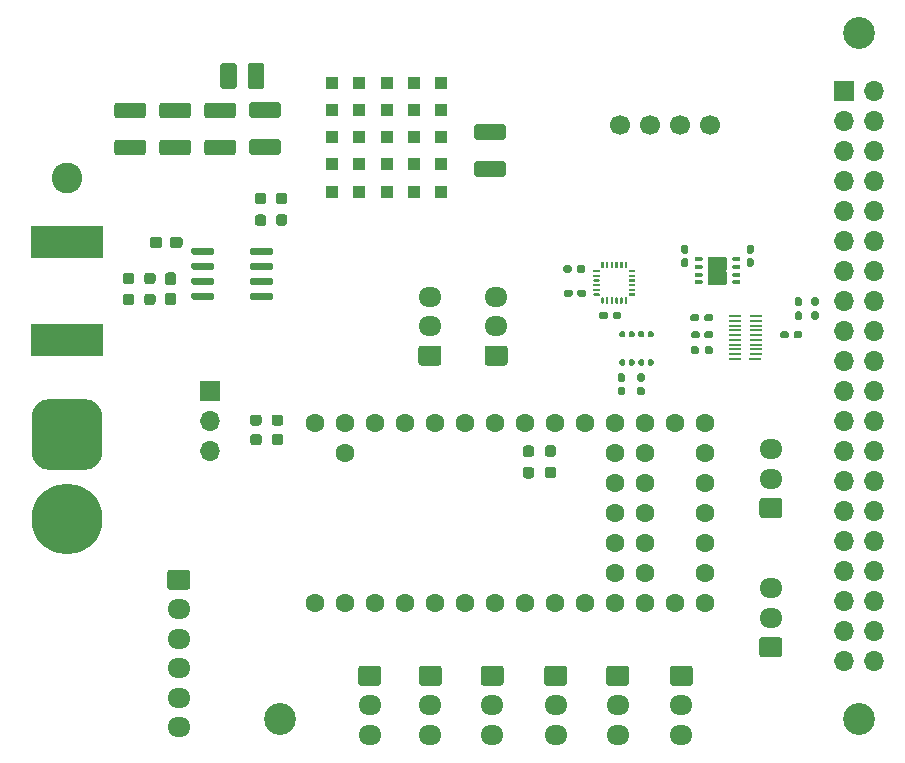
<source format=gts>
G04 #@! TF.GenerationSoftware,KiCad,Pcbnew,(5.1.8)-1*
G04 #@! TF.CreationDate,2021-06-15T20:05:41+00:00*
G04 #@! TF.ProjectId,RPHat_V2,52504861-745f-4563-922e-6b696361645f,rev?*
G04 #@! TF.SameCoordinates,Original*
G04 #@! TF.FileFunction,Soldermask,Top*
G04 #@! TF.FilePolarity,Negative*
%FSLAX46Y46*%
G04 Gerber Fmt 4.6, Leading zero omitted, Abs format (unit mm)*
G04 Created by KiCad (PCBNEW (5.1.8)-1) date 2021-06-15 20:05:41*
%MOMM*%
%LPD*%
G01*
G04 APERTURE LIST*
%ADD10C,1.700000*%
%ADD11C,6.000000*%
%ADD12C,2.700000*%
%ADD13O,0.650000X0.400000*%
%ADD14R,0.300000X0.400000*%
%ADD15R,1.650000X2.400000*%
%ADD16R,0.650000X1.000000*%
%ADD17R,1.060000X1.060000*%
%ADD18O,1.950000X1.700000*%
%ADD19R,1.000000X0.200000*%
%ADD20R,1.100000X0.200000*%
%ADD21C,2.600000*%
%ADD22C,1.600000*%
%ADD23O,1.700000X1.700000*%
%ADD24R,1.700000X1.700000*%
%ADD25R,6.200000X2.700000*%
G04 APERTURE END LIST*
D10*
X151540000Y-94250000D03*
X149000000Y-94250000D03*
X146460000Y-94250000D03*
X143920000Y-94250000D03*
G36*
G01*
X95577000Y-117468000D02*
X98577000Y-117468000D01*
G75*
G02*
X100077000Y-118968000I0J-1500000D01*
G01*
X100077000Y-121968000D01*
G75*
G02*
X98577000Y-123468000I-1500000J0D01*
G01*
X95577000Y-123468000D01*
G75*
G02*
X94077000Y-121968000I0J1500000D01*
G01*
X94077000Y-118968000D01*
G75*
G02*
X95577000Y-117468000I1500000J0D01*
G01*
G37*
D11*
X97077000Y-127668000D03*
D12*
X115130000Y-144520000D03*
X164130000Y-144520000D03*
X164130000Y-86520000D03*
D13*
X153690000Y-105645000D03*
X153690000Y-106295000D03*
D14*
X153890000Y-106945000D03*
X153890000Y-107595000D03*
X150390000Y-107595000D03*
D13*
X150590000Y-106945000D03*
D14*
X150390000Y-106295000D03*
X150390000Y-105645000D03*
D15*
X152140000Y-106620000D03*
D16*
X152590000Y-107245000D03*
X151690000Y-107245000D03*
X152590000Y-105995000D03*
X151690000Y-105995000D03*
D14*
X153890000Y-105645000D03*
X153890000Y-106295000D03*
D13*
X153690000Y-106945000D03*
X153690000Y-107595000D03*
X150590000Y-107595000D03*
D14*
X150390000Y-106945000D03*
D13*
X150590000Y-106295000D03*
X150590000Y-105645000D03*
G36*
G01*
X155075000Y-105150000D02*
X154765000Y-105150000D01*
G75*
G02*
X154610000Y-104995000I0J155000D01*
G01*
X154610000Y-104570000D01*
G75*
G02*
X154765000Y-104415000I155000J0D01*
G01*
X155075000Y-104415000D01*
G75*
G02*
X155230000Y-104570000I0J-155000D01*
G01*
X155230000Y-104995000D01*
G75*
G02*
X155075000Y-105150000I-155000J0D01*
G01*
G37*
G36*
G01*
X155075000Y-106285000D02*
X154765000Y-106285000D01*
G75*
G02*
X154610000Y-106130000I0J155000D01*
G01*
X154610000Y-105705000D01*
G75*
G02*
X154765000Y-105550000I155000J0D01*
G01*
X155075000Y-105550000D01*
G75*
G02*
X155230000Y-105705000I0J-155000D01*
G01*
X155230000Y-106130000D01*
G75*
G02*
X155075000Y-106285000I-155000J0D01*
G01*
G37*
G36*
G01*
X149525000Y-105150000D02*
X149215000Y-105150000D01*
G75*
G02*
X149060000Y-104995000I0J155000D01*
G01*
X149060000Y-104570000D01*
G75*
G02*
X149215000Y-104415000I155000J0D01*
G01*
X149525000Y-104415000D01*
G75*
G02*
X149680000Y-104570000I0J-155000D01*
G01*
X149680000Y-104995000D01*
G75*
G02*
X149525000Y-105150000I-155000J0D01*
G01*
G37*
G36*
G01*
X149525000Y-106285000D02*
X149215000Y-106285000D01*
G75*
G02*
X149060000Y-106130000I0J155000D01*
G01*
X149060000Y-105705000D01*
G75*
G02*
X149215000Y-105550000I155000J0D01*
G01*
X149525000Y-105550000D01*
G75*
G02*
X149680000Y-105705000I0J-155000D01*
G01*
X149680000Y-106130000D01*
G75*
G02*
X149525000Y-106285000I-155000J0D01*
G01*
G37*
D17*
X128708000Y-99902000D03*
X126418000Y-99902000D03*
X124128000Y-99902000D03*
X121838000Y-99902000D03*
X119548000Y-99902000D03*
X128708000Y-97612000D03*
X126418000Y-97612000D03*
X124128000Y-97612000D03*
X121838000Y-97612000D03*
X119548000Y-97612000D03*
X128708000Y-95322000D03*
X126418000Y-95322000D03*
X124128000Y-95322000D03*
X121838000Y-95322000D03*
X119548000Y-95322000D03*
X128708000Y-93032000D03*
X126418000Y-93032000D03*
X124128000Y-93032000D03*
X121838000Y-93032000D03*
X119548000Y-93032000D03*
X128708000Y-90742000D03*
X126418000Y-90742000D03*
X124128000Y-90742000D03*
X121838000Y-90742000D03*
X119548000Y-90742000D03*
D18*
X106530000Y-145270000D03*
X106530000Y-142770000D03*
X106530000Y-140270000D03*
X106530000Y-137770000D03*
X106530000Y-135270000D03*
G36*
G01*
X105805000Y-131920000D02*
X107255000Y-131920000D01*
G75*
G02*
X107505000Y-132170000I0J-250000D01*
G01*
X107505000Y-133370000D01*
G75*
G02*
X107255000Y-133620000I-250000J0D01*
G01*
X105805000Y-133620000D01*
G75*
G02*
X105555000Y-133370000I0J250000D01*
G01*
X105555000Y-132170000D01*
G75*
G02*
X105805000Y-131920000I250000J0D01*
G01*
G37*
X149093000Y-145895000D03*
X149093000Y-143395000D03*
G36*
G01*
X148368000Y-140045000D02*
X149818000Y-140045000D01*
G75*
G02*
X150068000Y-140295000I0J-250000D01*
G01*
X150068000Y-141495000D01*
G75*
G02*
X149818000Y-141745000I-250000J0D01*
G01*
X148368000Y-141745000D01*
G75*
G02*
X148118000Y-141495000I0J250000D01*
G01*
X148118000Y-140295000D01*
G75*
G02*
X148368000Y-140045000I250000J0D01*
G01*
G37*
X143693000Y-145895000D03*
X143693000Y-143395000D03*
G36*
G01*
X142968000Y-140045000D02*
X144418000Y-140045000D01*
G75*
G02*
X144668000Y-140295000I0J-250000D01*
G01*
X144668000Y-141495000D01*
G75*
G02*
X144418000Y-141745000I-250000J0D01*
G01*
X142968000Y-141745000D01*
G75*
G02*
X142718000Y-141495000I0J250000D01*
G01*
X142718000Y-140295000D01*
G75*
G02*
X142968000Y-140045000I250000J0D01*
G01*
G37*
X156675000Y-121700000D03*
X156675000Y-124200000D03*
G36*
G01*
X157400000Y-127550000D02*
X155950000Y-127550000D01*
G75*
G02*
X155700000Y-127300000I0J250000D01*
G01*
X155700000Y-126100000D01*
G75*
G02*
X155950000Y-125850000I250000J0D01*
G01*
X157400000Y-125850000D01*
G75*
G02*
X157650000Y-126100000I0J-250000D01*
G01*
X157650000Y-127300000D01*
G75*
G02*
X157400000Y-127550000I-250000J0D01*
G01*
G37*
X156650000Y-133475000D03*
X156650000Y-135975000D03*
G36*
G01*
X157375000Y-139325000D02*
X155925000Y-139325000D01*
G75*
G02*
X155675000Y-139075000I0J250000D01*
G01*
X155675000Y-137875000D01*
G75*
G02*
X155925000Y-137625000I250000J0D01*
G01*
X157375000Y-137625000D01*
G75*
G02*
X157625000Y-137875000I0J-250000D01*
G01*
X157625000Y-139075000D01*
G75*
G02*
X157375000Y-139325000I-250000J0D01*
G01*
G37*
X138443000Y-145895000D03*
X138443000Y-143395000D03*
G36*
G01*
X137718000Y-140045000D02*
X139168000Y-140045000D01*
G75*
G02*
X139418000Y-140295000I0J-250000D01*
G01*
X139418000Y-141495000D01*
G75*
G02*
X139168000Y-141745000I-250000J0D01*
G01*
X137718000Y-141745000D01*
G75*
G02*
X137468000Y-141495000I0J250000D01*
G01*
X137468000Y-140295000D01*
G75*
G02*
X137718000Y-140045000I250000J0D01*
G01*
G37*
X133068000Y-145895000D03*
X133068000Y-143395000D03*
G36*
G01*
X132343000Y-140045000D02*
X133793000Y-140045000D01*
G75*
G02*
X134043000Y-140295000I0J-250000D01*
G01*
X134043000Y-141495000D01*
G75*
G02*
X133793000Y-141745000I-250000J0D01*
G01*
X132343000Y-141745000D01*
G75*
G02*
X132093000Y-141495000I0J250000D01*
G01*
X132093000Y-140295000D01*
G75*
G02*
X132343000Y-140045000I250000J0D01*
G01*
G37*
X127843000Y-145895000D03*
X127843000Y-143395000D03*
G36*
G01*
X127118000Y-140045000D02*
X128568000Y-140045000D01*
G75*
G02*
X128818000Y-140295000I0J-250000D01*
G01*
X128818000Y-141495000D01*
G75*
G02*
X128568000Y-141745000I-250000J0D01*
G01*
X127118000Y-141745000D01*
G75*
G02*
X126868000Y-141495000I0J250000D01*
G01*
X126868000Y-140295000D01*
G75*
G02*
X127118000Y-140045000I250000J0D01*
G01*
G37*
X122693000Y-145895000D03*
X122693000Y-143395000D03*
G36*
G01*
X121968000Y-140045000D02*
X123418000Y-140045000D01*
G75*
G02*
X123668000Y-140295000I0J-250000D01*
G01*
X123668000Y-141495000D01*
G75*
G02*
X123418000Y-141745000I-250000J0D01*
G01*
X121968000Y-141745000D01*
G75*
G02*
X121718000Y-141495000I0J250000D01*
G01*
X121718000Y-140295000D01*
G75*
G02*
X121968000Y-140045000I250000J0D01*
G01*
G37*
G36*
G01*
X143833000Y-114509000D02*
X143833000Y-114234000D01*
G75*
G02*
X143958000Y-114109000I125000J0D01*
G01*
X144208000Y-114109000D01*
G75*
G02*
X144333000Y-114234000I0J-125000D01*
G01*
X144333000Y-114509000D01*
G75*
G02*
X144208000Y-114634000I-125000J0D01*
G01*
X143958000Y-114634000D01*
G75*
G02*
X143833000Y-114509000I0J125000D01*
G01*
G37*
G36*
G01*
X144633000Y-114509000D02*
X144633000Y-114234000D01*
G75*
G02*
X144758000Y-114109000I125000J0D01*
G01*
X145008000Y-114109000D01*
G75*
G02*
X145133000Y-114234000I0J-125000D01*
G01*
X145133000Y-114509000D01*
G75*
G02*
X145008000Y-114634000I-125000J0D01*
G01*
X144758000Y-114634000D01*
G75*
G02*
X144633000Y-114509000I0J125000D01*
G01*
G37*
G36*
G01*
X145433000Y-114509000D02*
X145433000Y-114234000D01*
G75*
G02*
X145558000Y-114109000I125000J0D01*
G01*
X145808000Y-114109000D01*
G75*
G02*
X145933000Y-114234000I0J-125000D01*
G01*
X145933000Y-114509000D01*
G75*
G02*
X145808000Y-114634000I-125000J0D01*
G01*
X145558000Y-114634000D01*
G75*
G02*
X145433000Y-114509000I0J125000D01*
G01*
G37*
G36*
G01*
X146233000Y-114509000D02*
X146233000Y-114234000D01*
G75*
G02*
X146358000Y-114109000I125000J0D01*
G01*
X146608000Y-114109000D01*
G75*
G02*
X146733000Y-114234000I0J-125000D01*
G01*
X146733000Y-114509000D01*
G75*
G02*
X146608000Y-114634000I-125000J0D01*
G01*
X146358000Y-114634000D01*
G75*
G02*
X146233000Y-114509000I0J125000D01*
G01*
G37*
G36*
G01*
X146233000Y-112134000D02*
X146233000Y-111859000D01*
G75*
G02*
X146358000Y-111734000I125000J0D01*
G01*
X146608000Y-111734000D01*
G75*
G02*
X146733000Y-111859000I0J-125000D01*
G01*
X146733000Y-112134000D01*
G75*
G02*
X146608000Y-112259000I-125000J0D01*
G01*
X146358000Y-112259000D01*
G75*
G02*
X146233000Y-112134000I0J125000D01*
G01*
G37*
G36*
G01*
X145433000Y-112134000D02*
X145433000Y-111859000D01*
G75*
G02*
X145558000Y-111734000I125000J0D01*
G01*
X145808000Y-111734000D01*
G75*
G02*
X145933000Y-111859000I0J-125000D01*
G01*
X145933000Y-112134000D01*
G75*
G02*
X145808000Y-112259000I-125000J0D01*
G01*
X145558000Y-112259000D01*
G75*
G02*
X145433000Y-112134000I0J125000D01*
G01*
G37*
G36*
G01*
X144633000Y-112134000D02*
X144633000Y-111859000D01*
G75*
G02*
X144758000Y-111734000I125000J0D01*
G01*
X145008000Y-111734000D01*
G75*
G02*
X145133000Y-111859000I0J-125000D01*
G01*
X145133000Y-112134000D01*
G75*
G02*
X145008000Y-112259000I-125000J0D01*
G01*
X144758000Y-112259000D01*
G75*
G02*
X144633000Y-112134000I0J125000D01*
G01*
G37*
G36*
G01*
X143833000Y-112134000D02*
X143833000Y-111859000D01*
G75*
G02*
X143958000Y-111734000I125000J0D01*
G01*
X144208000Y-111734000D01*
G75*
G02*
X144333000Y-111859000I0J-125000D01*
G01*
X144333000Y-112134000D01*
G75*
G02*
X144208000Y-112259000I-125000J0D01*
G01*
X143958000Y-112259000D01*
G75*
G02*
X143833000Y-112134000I0J125000D01*
G01*
G37*
G36*
G01*
X160561000Y-109577500D02*
X160241000Y-109577500D01*
G75*
G02*
X160081000Y-109417500I0J160000D01*
G01*
X160081000Y-109022500D01*
G75*
G02*
X160241000Y-108862500I160000J0D01*
G01*
X160561000Y-108862500D01*
G75*
G02*
X160721000Y-109022500I0J-160000D01*
G01*
X160721000Y-109417500D01*
G75*
G02*
X160561000Y-109577500I-160000J0D01*
G01*
G37*
G36*
G01*
X160561000Y-110772500D02*
X160241000Y-110772500D01*
G75*
G02*
X160081000Y-110612500I0J160000D01*
G01*
X160081000Y-110217500D01*
G75*
G02*
X160241000Y-110057500I160000J0D01*
G01*
X160561000Y-110057500D01*
G75*
G02*
X160721000Y-110217500I0J-160000D01*
G01*
X160721000Y-110612500D01*
G75*
G02*
X160561000Y-110772500I-160000J0D01*
G01*
G37*
G36*
G01*
X159164000Y-109577500D02*
X158844000Y-109577500D01*
G75*
G02*
X158684000Y-109417500I0J160000D01*
G01*
X158684000Y-109022500D01*
G75*
G02*
X158844000Y-108862500I160000J0D01*
G01*
X159164000Y-108862500D01*
G75*
G02*
X159324000Y-109022500I0J-160000D01*
G01*
X159324000Y-109417500D01*
G75*
G02*
X159164000Y-109577500I-160000J0D01*
G01*
G37*
G36*
G01*
X159164000Y-110772500D02*
X158844000Y-110772500D01*
G75*
G02*
X158684000Y-110612500I0J160000D01*
G01*
X158684000Y-110217500D01*
G75*
G02*
X158844000Y-110057500I160000J0D01*
G01*
X159164000Y-110057500D01*
G75*
G02*
X159324000Y-110217500I0J-160000D01*
G01*
X159324000Y-110612500D01*
G75*
G02*
X159164000Y-110772500I-160000J0D01*
G01*
G37*
G36*
G01*
X158593500Y-112189000D02*
X158593500Y-111879000D01*
G75*
G02*
X158748500Y-111724000I155000J0D01*
G01*
X159173500Y-111724000D01*
G75*
G02*
X159328500Y-111879000I0J-155000D01*
G01*
X159328500Y-112189000D01*
G75*
G02*
X159173500Y-112344000I-155000J0D01*
G01*
X158748500Y-112344000D01*
G75*
G02*
X158593500Y-112189000I0J155000D01*
G01*
G37*
G36*
G01*
X157458500Y-112189000D02*
X157458500Y-111879000D01*
G75*
G02*
X157613500Y-111724000I155000J0D01*
G01*
X158038500Y-111724000D01*
G75*
G02*
X158193500Y-111879000I0J-155000D01*
G01*
X158193500Y-112189000D01*
G75*
G02*
X158038500Y-112344000I-155000J0D01*
G01*
X157613500Y-112344000D01*
G75*
G02*
X157458500Y-112189000I0J155000D01*
G01*
G37*
G36*
G01*
X150641000Y-111879000D02*
X150641000Y-112189000D01*
G75*
G02*
X150486000Y-112344000I-155000J0D01*
G01*
X150061000Y-112344000D01*
G75*
G02*
X149906000Y-112189000I0J155000D01*
G01*
X149906000Y-111879000D01*
G75*
G02*
X150061000Y-111724000I155000J0D01*
G01*
X150486000Y-111724000D01*
G75*
G02*
X150641000Y-111879000I0J-155000D01*
G01*
G37*
G36*
G01*
X151776000Y-111879000D02*
X151776000Y-112189000D01*
G75*
G02*
X151621000Y-112344000I-155000J0D01*
G01*
X151196000Y-112344000D01*
G75*
G02*
X151041000Y-112189000I0J155000D01*
G01*
X151041000Y-111879000D01*
G75*
G02*
X151196000Y-111724000I155000J0D01*
G01*
X151621000Y-111724000D01*
G75*
G02*
X151776000Y-111879000I0J-155000D01*
G01*
G37*
G36*
G01*
X151067500Y-113485000D02*
X151067500Y-113165000D01*
G75*
G02*
X151227500Y-113005000I160000J0D01*
G01*
X151622500Y-113005000D01*
G75*
G02*
X151782500Y-113165000I0J-160000D01*
G01*
X151782500Y-113485000D01*
G75*
G02*
X151622500Y-113645000I-160000J0D01*
G01*
X151227500Y-113645000D01*
G75*
G02*
X151067500Y-113485000I0J160000D01*
G01*
G37*
G36*
G01*
X149872500Y-113485000D02*
X149872500Y-113165000D01*
G75*
G02*
X150032500Y-113005000I160000J0D01*
G01*
X150427500Y-113005000D01*
G75*
G02*
X150587500Y-113165000I0J-160000D01*
G01*
X150587500Y-113485000D01*
G75*
G02*
X150427500Y-113645000I-160000J0D01*
G01*
X150032500Y-113645000D01*
G75*
G02*
X149872500Y-113485000I0J160000D01*
G01*
G37*
G36*
G01*
X151043500Y-110735000D02*
X151043500Y-110415000D01*
G75*
G02*
X151203500Y-110255000I160000J0D01*
G01*
X151598500Y-110255000D01*
G75*
G02*
X151758500Y-110415000I0J-160000D01*
G01*
X151758500Y-110735000D01*
G75*
G02*
X151598500Y-110895000I-160000J0D01*
G01*
X151203500Y-110895000D01*
G75*
G02*
X151043500Y-110735000I0J160000D01*
G01*
G37*
G36*
G01*
X149848500Y-110735000D02*
X149848500Y-110415000D01*
G75*
G02*
X150008500Y-110255000I160000J0D01*
G01*
X150403500Y-110255000D01*
G75*
G02*
X150563500Y-110415000I0J-160000D01*
G01*
X150563500Y-110735000D01*
G75*
G02*
X150403500Y-110895000I-160000J0D01*
G01*
X150008500Y-110895000D01*
G75*
G02*
X149848500Y-110735000I0J160000D01*
G01*
G37*
G36*
G01*
X143267000Y-110559000D02*
X143267000Y-110249000D01*
G75*
G02*
X143422000Y-110094000I155000J0D01*
G01*
X143847000Y-110094000D01*
G75*
G02*
X144002000Y-110249000I0J-155000D01*
G01*
X144002000Y-110559000D01*
G75*
G02*
X143847000Y-110714000I-155000J0D01*
G01*
X143422000Y-110714000D01*
G75*
G02*
X143267000Y-110559000I0J155000D01*
G01*
G37*
G36*
G01*
X142132000Y-110559000D02*
X142132000Y-110249000D01*
G75*
G02*
X142287000Y-110094000I155000J0D01*
G01*
X142712000Y-110094000D01*
G75*
G02*
X142867000Y-110249000I0J-155000D01*
G01*
X142867000Y-110559000D01*
G75*
G02*
X142712000Y-110714000I-155000J0D01*
G01*
X142287000Y-110714000D01*
G75*
G02*
X142132000Y-110559000I0J155000D01*
G01*
G37*
G36*
G01*
X139882500Y-108370000D02*
X139882500Y-108680000D01*
G75*
G02*
X139727500Y-108835000I-155000J0D01*
G01*
X139302500Y-108835000D01*
G75*
G02*
X139147500Y-108680000I0J155000D01*
G01*
X139147500Y-108370000D01*
G75*
G02*
X139302500Y-108215000I155000J0D01*
G01*
X139727500Y-108215000D01*
G75*
G02*
X139882500Y-108370000I0J-155000D01*
G01*
G37*
G36*
G01*
X141017500Y-108370000D02*
X141017500Y-108680000D01*
G75*
G02*
X140862500Y-108835000I-155000J0D01*
G01*
X140437500Y-108835000D01*
G75*
G02*
X140282500Y-108680000I0J155000D01*
G01*
X140282500Y-108370000D01*
G75*
G02*
X140437500Y-108215000I155000J0D01*
G01*
X140862500Y-108215000D01*
G75*
G02*
X141017500Y-108370000I0J-155000D01*
G01*
G37*
G36*
G01*
X139819000Y-106312000D02*
X139819000Y-106622000D01*
G75*
G02*
X139664000Y-106777000I-155000J0D01*
G01*
X139239000Y-106777000D01*
G75*
G02*
X139084000Y-106622000I0J155000D01*
G01*
X139084000Y-106312000D01*
G75*
G02*
X139239000Y-106157000I155000J0D01*
G01*
X139664000Y-106157000D01*
G75*
G02*
X139819000Y-106312000I0J-155000D01*
G01*
G37*
G36*
G01*
X140954000Y-106312000D02*
X140954000Y-106622000D01*
G75*
G02*
X140799000Y-106777000I-155000J0D01*
G01*
X140374000Y-106777000D01*
G75*
G02*
X140219000Y-106622000I0J155000D01*
G01*
X140219000Y-106312000D01*
G75*
G02*
X140374000Y-106157000I155000J0D01*
G01*
X140799000Y-106157000D01*
G75*
G02*
X140954000Y-106312000I0J-155000D01*
G01*
G37*
G36*
G01*
X145509000Y-116432000D02*
X145819000Y-116432000D01*
G75*
G02*
X145974000Y-116587000I0J-155000D01*
G01*
X145974000Y-117012000D01*
G75*
G02*
X145819000Y-117167000I-155000J0D01*
G01*
X145509000Y-117167000D01*
G75*
G02*
X145354000Y-117012000I0J155000D01*
G01*
X145354000Y-116587000D01*
G75*
G02*
X145509000Y-116432000I155000J0D01*
G01*
G37*
G36*
G01*
X145509000Y-115297000D02*
X145819000Y-115297000D01*
G75*
G02*
X145974000Y-115452000I0J-155000D01*
G01*
X145974000Y-115877000D01*
G75*
G02*
X145819000Y-116032000I-155000J0D01*
G01*
X145509000Y-116032000D01*
G75*
G02*
X145354000Y-115877000I0J155000D01*
G01*
X145354000Y-115452000D01*
G75*
G02*
X145509000Y-115297000I155000J0D01*
G01*
G37*
G36*
G01*
X143858000Y-116432000D02*
X144168000Y-116432000D01*
G75*
G02*
X144323000Y-116587000I0J-155000D01*
G01*
X144323000Y-117012000D01*
G75*
G02*
X144168000Y-117167000I-155000J0D01*
G01*
X143858000Y-117167000D01*
G75*
G02*
X143703000Y-117012000I0J155000D01*
G01*
X143703000Y-116587000D01*
G75*
G02*
X143858000Y-116432000I155000J0D01*
G01*
G37*
G36*
G01*
X143858000Y-115297000D02*
X144168000Y-115297000D01*
G75*
G02*
X144323000Y-115452000I0J-155000D01*
G01*
X144323000Y-115877000D01*
G75*
G02*
X144168000Y-116032000I-155000J0D01*
G01*
X143858000Y-116032000D01*
G75*
G02*
X143703000Y-115877000I0J155000D01*
G01*
X143703000Y-115452000D01*
G75*
G02*
X143858000Y-115297000I155000J0D01*
G01*
G37*
G36*
G01*
X131790999Y-97326500D02*
X133991001Y-97326500D01*
G75*
G02*
X134241000Y-97576499I0J-249999D01*
G01*
X134241000Y-98401501D01*
G75*
G02*
X133991001Y-98651500I-249999J0D01*
G01*
X131790999Y-98651500D01*
G75*
G02*
X131541000Y-98401501I0J249999D01*
G01*
X131541000Y-97576499D01*
G75*
G02*
X131790999Y-97326500I249999J0D01*
G01*
G37*
G36*
G01*
X131790999Y-94201500D02*
X133991001Y-94201500D01*
G75*
G02*
X134241000Y-94451499I0J-249999D01*
G01*
X134241000Y-95276501D01*
G75*
G02*
X133991001Y-95526500I-249999J0D01*
G01*
X131790999Y-95526500D01*
G75*
G02*
X131541000Y-95276501I0J249999D01*
G01*
X131541000Y-94451499D01*
G75*
G02*
X131790999Y-94201500I249999J0D01*
G01*
G37*
D19*
X153613000Y-114053000D03*
X153613000Y-113653000D03*
X153613000Y-113253000D03*
X153613000Y-112853000D03*
X153613000Y-112453000D03*
X153613000Y-112053000D03*
X153613000Y-111653000D03*
X153613000Y-111253000D03*
X153613000Y-110853000D03*
X153613000Y-110453000D03*
X155413000Y-110453000D03*
X155413000Y-110853000D03*
X155413000Y-111253000D03*
X155413000Y-111653000D03*
X155413000Y-112053000D03*
X155413000Y-112453000D03*
X155413000Y-112853000D03*
X155413000Y-113253000D03*
X155413000Y-113653000D03*
D20*
X155363000Y-114053000D03*
D21*
X97077000Y-98751000D03*
D22*
X143469000Y-132183000D03*
X146009000Y-132183000D03*
X143469000Y-129643000D03*
X146009000Y-129643000D03*
X143469000Y-127103000D03*
X146009000Y-127103000D03*
X143469000Y-124563000D03*
X146009000Y-124563000D03*
X143469000Y-122023000D03*
X146009000Y-122023000D03*
X118069000Y-134723000D03*
X120609000Y-134723000D03*
X123149000Y-134723000D03*
X125689000Y-134723000D03*
X128229000Y-134723000D03*
X130769000Y-134723000D03*
X133309000Y-134723000D03*
X135849000Y-134723000D03*
X138389000Y-134723000D03*
X140929000Y-134723000D03*
X143469000Y-134723000D03*
X146009000Y-134723000D03*
X148549000Y-134723000D03*
X120609000Y-122023000D03*
X118069000Y-119483000D03*
X120609000Y-119483000D03*
X123149000Y-119483000D03*
X125689000Y-119483000D03*
X128229000Y-119483000D03*
X130769000Y-119483000D03*
X133309000Y-119483000D03*
X135849000Y-119483000D03*
X138389000Y-119483000D03*
X140929000Y-119483000D03*
X143469000Y-119483000D03*
X146009000Y-119483000D03*
X148549000Y-119483000D03*
X151089000Y-134723000D03*
X151089000Y-132183000D03*
X151089000Y-129643000D03*
X151089000Y-119483000D03*
X151089000Y-122023000D03*
X151089000Y-124563000D03*
X151089000Y-127103000D03*
G36*
G01*
X144638000Y-106684000D02*
X144638000Y-106584000D01*
G75*
G02*
X144688000Y-106534000I50000J0D01*
G01*
X145138000Y-106534000D01*
G75*
G02*
X145188000Y-106584000I0J-50000D01*
G01*
X145188000Y-106684000D01*
G75*
G02*
X145138000Y-106734000I-50000J0D01*
G01*
X144688000Y-106734000D01*
G75*
G02*
X144638000Y-106684000I0J50000D01*
G01*
G37*
G36*
G01*
X144638000Y-107084000D02*
X144638000Y-106984000D01*
G75*
G02*
X144688000Y-106934000I50000J0D01*
G01*
X145138000Y-106934000D01*
G75*
G02*
X145188000Y-106984000I0J-50000D01*
G01*
X145188000Y-107084000D01*
G75*
G02*
X145138000Y-107134000I-50000J0D01*
G01*
X144688000Y-107134000D01*
G75*
G02*
X144638000Y-107084000I0J50000D01*
G01*
G37*
G36*
G01*
X144638000Y-107484000D02*
X144638000Y-107384000D01*
G75*
G02*
X144688000Y-107334000I50000J0D01*
G01*
X145138000Y-107334000D01*
G75*
G02*
X145188000Y-107384000I0J-50000D01*
G01*
X145188000Y-107484000D01*
G75*
G02*
X145138000Y-107534000I-50000J0D01*
G01*
X144688000Y-107534000D01*
G75*
G02*
X144638000Y-107484000I0J50000D01*
G01*
G37*
G36*
G01*
X144638000Y-107884000D02*
X144638000Y-107784000D01*
G75*
G02*
X144688000Y-107734000I50000J0D01*
G01*
X145138000Y-107734000D01*
G75*
G02*
X145188000Y-107784000I0J-50000D01*
G01*
X145188000Y-107884000D01*
G75*
G02*
X145138000Y-107934000I-50000J0D01*
G01*
X144688000Y-107934000D01*
G75*
G02*
X144638000Y-107884000I0J50000D01*
G01*
G37*
G36*
G01*
X144638000Y-108284000D02*
X144638000Y-108184000D01*
G75*
G02*
X144688000Y-108134000I50000J0D01*
G01*
X145138000Y-108134000D01*
G75*
G02*
X145188000Y-108184000I0J-50000D01*
G01*
X145188000Y-108284000D01*
G75*
G02*
X145138000Y-108334000I-50000J0D01*
G01*
X144688000Y-108334000D01*
G75*
G02*
X144638000Y-108284000I0J50000D01*
G01*
G37*
G36*
G01*
X144638000Y-108684000D02*
X144638000Y-108584000D01*
G75*
G02*
X144688000Y-108534000I50000J0D01*
G01*
X145138000Y-108534000D01*
G75*
G02*
X145188000Y-108584000I0J-50000D01*
G01*
X145188000Y-108684000D01*
G75*
G02*
X145138000Y-108734000I-50000J0D01*
G01*
X144688000Y-108734000D01*
G75*
G02*
X144638000Y-108684000I0J50000D01*
G01*
G37*
G36*
G01*
X144363000Y-108859000D02*
X144463000Y-108859000D01*
G75*
G02*
X144513000Y-108909000I0J-50000D01*
G01*
X144513000Y-109359000D01*
G75*
G02*
X144463000Y-109409000I-50000J0D01*
G01*
X144363000Y-109409000D01*
G75*
G02*
X144313000Y-109359000I0J50000D01*
G01*
X144313000Y-108909000D01*
G75*
G02*
X144363000Y-108859000I50000J0D01*
G01*
G37*
G36*
G01*
X143963000Y-108859000D02*
X144063000Y-108859000D01*
G75*
G02*
X144113000Y-108909000I0J-50000D01*
G01*
X144113000Y-109359000D01*
G75*
G02*
X144063000Y-109409000I-50000J0D01*
G01*
X143963000Y-109409000D01*
G75*
G02*
X143913000Y-109359000I0J50000D01*
G01*
X143913000Y-108909000D01*
G75*
G02*
X143963000Y-108859000I50000J0D01*
G01*
G37*
G36*
G01*
X143563000Y-108859000D02*
X143663000Y-108859000D01*
G75*
G02*
X143713000Y-108909000I0J-50000D01*
G01*
X143713000Y-109359000D01*
G75*
G02*
X143663000Y-109409000I-50000J0D01*
G01*
X143563000Y-109409000D01*
G75*
G02*
X143513000Y-109359000I0J50000D01*
G01*
X143513000Y-108909000D01*
G75*
G02*
X143563000Y-108859000I50000J0D01*
G01*
G37*
G36*
G01*
X143163000Y-108859000D02*
X143263000Y-108859000D01*
G75*
G02*
X143313000Y-108909000I0J-50000D01*
G01*
X143313000Y-109359000D01*
G75*
G02*
X143263000Y-109409000I-50000J0D01*
G01*
X143163000Y-109409000D01*
G75*
G02*
X143113000Y-109359000I0J50000D01*
G01*
X143113000Y-108909000D01*
G75*
G02*
X143163000Y-108859000I50000J0D01*
G01*
G37*
G36*
G01*
X142763000Y-108859000D02*
X142863000Y-108859000D01*
G75*
G02*
X142913000Y-108909000I0J-50000D01*
G01*
X142913000Y-109359000D01*
G75*
G02*
X142863000Y-109409000I-50000J0D01*
G01*
X142763000Y-109409000D01*
G75*
G02*
X142713000Y-109359000I0J50000D01*
G01*
X142713000Y-108909000D01*
G75*
G02*
X142763000Y-108859000I50000J0D01*
G01*
G37*
G36*
G01*
X142363000Y-108859000D02*
X142463000Y-108859000D01*
G75*
G02*
X142513000Y-108909000I0J-50000D01*
G01*
X142513000Y-109359000D01*
G75*
G02*
X142463000Y-109409000I-50000J0D01*
G01*
X142363000Y-109409000D01*
G75*
G02*
X142313000Y-109359000I0J50000D01*
G01*
X142313000Y-108909000D01*
G75*
G02*
X142363000Y-108859000I50000J0D01*
G01*
G37*
G36*
G01*
X141638000Y-108684000D02*
X141638000Y-108584000D01*
G75*
G02*
X141688000Y-108534000I50000J0D01*
G01*
X142138000Y-108534000D01*
G75*
G02*
X142188000Y-108584000I0J-50000D01*
G01*
X142188000Y-108684000D01*
G75*
G02*
X142138000Y-108734000I-50000J0D01*
G01*
X141688000Y-108734000D01*
G75*
G02*
X141638000Y-108684000I0J50000D01*
G01*
G37*
G36*
G01*
X141638000Y-108284000D02*
X141638000Y-108184000D01*
G75*
G02*
X141688000Y-108134000I50000J0D01*
G01*
X142138000Y-108134000D01*
G75*
G02*
X142188000Y-108184000I0J-50000D01*
G01*
X142188000Y-108284000D01*
G75*
G02*
X142138000Y-108334000I-50000J0D01*
G01*
X141688000Y-108334000D01*
G75*
G02*
X141638000Y-108284000I0J50000D01*
G01*
G37*
G36*
G01*
X141638000Y-107884000D02*
X141638000Y-107784000D01*
G75*
G02*
X141688000Y-107734000I50000J0D01*
G01*
X142138000Y-107734000D01*
G75*
G02*
X142188000Y-107784000I0J-50000D01*
G01*
X142188000Y-107884000D01*
G75*
G02*
X142138000Y-107934000I-50000J0D01*
G01*
X141688000Y-107934000D01*
G75*
G02*
X141638000Y-107884000I0J50000D01*
G01*
G37*
G36*
G01*
X141638000Y-107484000D02*
X141638000Y-107384000D01*
G75*
G02*
X141688000Y-107334000I50000J0D01*
G01*
X142138000Y-107334000D01*
G75*
G02*
X142188000Y-107384000I0J-50000D01*
G01*
X142188000Y-107484000D01*
G75*
G02*
X142138000Y-107534000I-50000J0D01*
G01*
X141688000Y-107534000D01*
G75*
G02*
X141638000Y-107484000I0J50000D01*
G01*
G37*
G36*
G01*
X141638000Y-107084000D02*
X141638000Y-106984000D01*
G75*
G02*
X141688000Y-106934000I50000J0D01*
G01*
X142138000Y-106934000D01*
G75*
G02*
X142188000Y-106984000I0J-50000D01*
G01*
X142188000Y-107084000D01*
G75*
G02*
X142138000Y-107134000I-50000J0D01*
G01*
X141688000Y-107134000D01*
G75*
G02*
X141638000Y-107084000I0J50000D01*
G01*
G37*
G36*
G01*
X141638000Y-106684000D02*
X141638000Y-106584000D01*
G75*
G02*
X141688000Y-106534000I50000J0D01*
G01*
X142138000Y-106534000D01*
G75*
G02*
X142188000Y-106584000I0J-50000D01*
G01*
X142188000Y-106684000D01*
G75*
G02*
X142138000Y-106734000I-50000J0D01*
G01*
X141688000Y-106734000D01*
G75*
G02*
X141638000Y-106684000I0J50000D01*
G01*
G37*
G36*
G01*
X142363000Y-105859000D02*
X142463000Y-105859000D01*
G75*
G02*
X142513000Y-105909000I0J-50000D01*
G01*
X142513000Y-106359000D01*
G75*
G02*
X142463000Y-106409000I-50000J0D01*
G01*
X142363000Y-106409000D01*
G75*
G02*
X142313000Y-106359000I0J50000D01*
G01*
X142313000Y-105909000D01*
G75*
G02*
X142363000Y-105859000I50000J0D01*
G01*
G37*
G36*
G01*
X142763000Y-105859000D02*
X142863000Y-105859000D01*
G75*
G02*
X142913000Y-105909000I0J-50000D01*
G01*
X142913000Y-106359000D01*
G75*
G02*
X142863000Y-106409000I-50000J0D01*
G01*
X142763000Y-106409000D01*
G75*
G02*
X142713000Y-106359000I0J50000D01*
G01*
X142713000Y-105909000D01*
G75*
G02*
X142763000Y-105859000I50000J0D01*
G01*
G37*
G36*
G01*
X143163000Y-105859000D02*
X143263000Y-105859000D01*
G75*
G02*
X143313000Y-105909000I0J-50000D01*
G01*
X143313000Y-106359000D01*
G75*
G02*
X143263000Y-106409000I-50000J0D01*
G01*
X143163000Y-106409000D01*
G75*
G02*
X143113000Y-106359000I0J50000D01*
G01*
X143113000Y-105909000D01*
G75*
G02*
X143163000Y-105859000I50000J0D01*
G01*
G37*
G36*
G01*
X143563000Y-105859000D02*
X143663000Y-105859000D01*
G75*
G02*
X143713000Y-105909000I0J-50000D01*
G01*
X143713000Y-106359000D01*
G75*
G02*
X143663000Y-106409000I-50000J0D01*
G01*
X143563000Y-106409000D01*
G75*
G02*
X143513000Y-106359000I0J50000D01*
G01*
X143513000Y-105909000D01*
G75*
G02*
X143563000Y-105859000I50000J0D01*
G01*
G37*
G36*
G01*
X143963000Y-105859000D02*
X144063000Y-105859000D01*
G75*
G02*
X144113000Y-105909000I0J-50000D01*
G01*
X144113000Y-106359000D01*
G75*
G02*
X144063000Y-106409000I-50000J0D01*
G01*
X143963000Y-106409000D01*
G75*
G02*
X143913000Y-106359000I0J50000D01*
G01*
X143913000Y-105909000D01*
G75*
G02*
X143963000Y-105859000I50000J0D01*
G01*
G37*
G36*
G01*
X144363000Y-105859000D02*
X144463000Y-105859000D01*
G75*
G02*
X144513000Y-105909000I0J-50000D01*
G01*
X144513000Y-106359000D01*
G75*
G02*
X144463000Y-106409000I-50000J0D01*
G01*
X144363000Y-106409000D01*
G75*
G02*
X144313000Y-106359000I0J50000D01*
G01*
X144313000Y-105909000D01*
G75*
G02*
X144363000Y-105859000I50000J0D01*
G01*
G37*
G36*
G01*
X109547000Y-108634000D02*
X109547000Y-108934000D01*
G75*
G02*
X109397000Y-109084000I-150000J0D01*
G01*
X107747000Y-109084000D01*
G75*
G02*
X107597000Y-108934000I0J150000D01*
G01*
X107597000Y-108634000D01*
G75*
G02*
X107747000Y-108484000I150000J0D01*
G01*
X109397000Y-108484000D01*
G75*
G02*
X109547000Y-108634000I0J-150000D01*
G01*
G37*
G36*
G01*
X109547000Y-107364000D02*
X109547000Y-107664000D01*
G75*
G02*
X109397000Y-107814000I-150000J0D01*
G01*
X107747000Y-107814000D01*
G75*
G02*
X107597000Y-107664000I0J150000D01*
G01*
X107597000Y-107364000D01*
G75*
G02*
X107747000Y-107214000I150000J0D01*
G01*
X109397000Y-107214000D01*
G75*
G02*
X109547000Y-107364000I0J-150000D01*
G01*
G37*
G36*
G01*
X109547000Y-106094000D02*
X109547000Y-106394000D01*
G75*
G02*
X109397000Y-106544000I-150000J0D01*
G01*
X107747000Y-106544000D01*
G75*
G02*
X107597000Y-106394000I0J150000D01*
G01*
X107597000Y-106094000D01*
G75*
G02*
X107747000Y-105944000I150000J0D01*
G01*
X109397000Y-105944000D01*
G75*
G02*
X109547000Y-106094000I0J-150000D01*
G01*
G37*
G36*
G01*
X109547000Y-104824000D02*
X109547000Y-105124000D01*
G75*
G02*
X109397000Y-105274000I-150000J0D01*
G01*
X107747000Y-105274000D01*
G75*
G02*
X107597000Y-105124000I0J150000D01*
G01*
X107597000Y-104824000D01*
G75*
G02*
X107747000Y-104674000I150000J0D01*
G01*
X109397000Y-104674000D01*
G75*
G02*
X109547000Y-104824000I0J-150000D01*
G01*
G37*
G36*
G01*
X114497000Y-104824000D02*
X114497000Y-105124000D01*
G75*
G02*
X114347000Y-105274000I-150000J0D01*
G01*
X112697000Y-105274000D01*
G75*
G02*
X112547000Y-105124000I0J150000D01*
G01*
X112547000Y-104824000D01*
G75*
G02*
X112697000Y-104674000I150000J0D01*
G01*
X114347000Y-104674000D01*
G75*
G02*
X114497000Y-104824000I0J-150000D01*
G01*
G37*
G36*
G01*
X114497000Y-106094000D02*
X114497000Y-106394000D01*
G75*
G02*
X114347000Y-106544000I-150000J0D01*
G01*
X112697000Y-106544000D01*
G75*
G02*
X112547000Y-106394000I0J150000D01*
G01*
X112547000Y-106094000D01*
G75*
G02*
X112697000Y-105944000I150000J0D01*
G01*
X114347000Y-105944000D01*
G75*
G02*
X114497000Y-106094000I0J-150000D01*
G01*
G37*
G36*
G01*
X114497000Y-107364000D02*
X114497000Y-107664000D01*
G75*
G02*
X114347000Y-107814000I-150000J0D01*
G01*
X112697000Y-107814000D01*
G75*
G02*
X112547000Y-107664000I0J150000D01*
G01*
X112547000Y-107364000D01*
G75*
G02*
X112697000Y-107214000I150000J0D01*
G01*
X114347000Y-107214000D01*
G75*
G02*
X114497000Y-107364000I0J-150000D01*
G01*
G37*
G36*
G01*
X114497000Y-108634000D02*
X114497000Y-108934000D01*
G75*
G02*
X114347000Y-109084000I-150000J0D01*
G01*
X112697000Y-109084000D01*
G75*
G02*
X112547000Y-108934000I0J150000D01*
G01*
X112547000Y-108634000D01*
G75*
G02*
X112697000Y-108484000I150000J0D01*
G01*
X114347000Y-108484000D01*
G75*
G02*
X114497000Y-108634000I0J-150000D01*
G01*
G37*
D23*
X109150000Y-121855000D03*
X109150000Y-119315000D03*
D24*
X109150000Y-116775000D03*
G36*
G01*
X114406500Y-121142500D02*
X114406500Y-120667500D01*
G75*
G02*
X114644000Y-120430000I237500J0D01*
G01*
X115144000Y-120430000D01*
G75*
G02*
X115381500Y-120667500I0J-237500D01*
G01*
X115381500Y-121142500D01*
G75*
G02*
X115144000Y-121380000I-237500J0D01*
G01*
X114644000Y-121380000D01*
G75*
G02*
X114406500Y-121142500I0J237500D01*
G01*
G37*
G36*
G01*
X112581500Y-121142500D02*
X112581500Y-120667500D01*
G75*
G02*
X112819000Y-120430000I237500J0D01*
G01*
X113319000Y-120430000D01*
G75*
G02*
X113556500Y-120667500I0J-237500D01*
G01*
X113556500Y-121142500D01*
G75*
G02*
X113319000Y-121380000I-237500J0D01*
G01*
X112819000Y-121380000D01*
G75*
G02*
X112581500Y-121142500I0J237500D01*
G01*
G37*
G36*
G01*
X103598000Y-107497500D02*
X103598000Y-107022500D01*
G75*
G02*
X103835500Y-106785000I237500J0D01*
G01*
X104335500Y-106785000D01*
G75*
G02*
X104573000Y-107022500I0J-237500D01*
G01*
X104573000Y-107497500D01*
G75*
G02*
X104335500Y-107735000I-237500J0D01*
G01*
X103835500Y-107735000D01*
G75*
G02*
X103598000Y-107497500I0J237500D01*
G01*
G37*
G36*
G01*
X101773000Y-107497500D02*
X101773000Y-107022500D01*
G75*
G02*
X102010500Y-106785000I237500J0D01*
G01*
X102510500Y-106785000D01*
G75*
G02*
X102748000Y-107022500I0J-237500D01*
G01*
X102748000Y-107497500D01*
G75*
G02*
X102510500Y-107735000I-237500J0D01*
G01*
X102010500Y-107735000D01*
G75*
G02*
X101773000Y-107497500I0J237500D01*
G01*
G37*
G36*
G01*
X103598000Y-109275500D02*
X103598000Y-108800500D01*
G75*
G02*
X103835500Y-108563000I237500J0D01*
G01*
X104335500Y-108563000D01*
G75*
G02*
X104573000Y-108800500I0J-237500D01*
G01*
X104573000Y-109275500D01*
G75*
G02*
X104335500Y-109513000I-237500J0D01*
G01*
X103835500Y-109513000D01*
G75*
G02*
X103598000Y-109275500I0J237500D01*
G01*
G37*
G36*
G01*
X101773000Y-109275500D02*
X101773000Y-108800500D01*
G75*
G02*
X102010500Y-108563000I237500J0D01*
G01*
X102510500Y-108563000D01*
G75*
G02*
X102748000Y-108800500I0J-237500D01*
G01*
X102748000Y-109275500D01*
G75*
G02*
X102510500Y-109513000I-237500J0D01*
G01*
X102010500Y-109513000D01*
G75*
G02*
X101773000Y-109275500I0J237500D01*
G01*
G37*
D25*
X97077000Y-112512000D03*
X97077000Y-104212000D03*
G36*
G01*
X136381500Y-122375000D02*
X135906500Y-122375000D01*
G75*
G02*
X135669000Y-122137500I0J237500D01*
G01*
X135669000Y-121637500D01*
G75*
G02*
X135906500Y-121400000I237500J0D01*
G01*
X136381500Y-121400000D01*
G75*
G02*
X136619000Y-121637500I0J-237500D01*
G01*
X136619000Y-122137500D01*
G75*
G02*
X136381500Y-122375000I-237500J0D01*
G01*
G37*
G36*
G01*
X136381500Y-124200000D02*
X135906500Y-124200000D01*
G75*
G02*
X135669000Y-123962500I0J237500D01*
G01*
X135669000Y-123462500D01*
G75*
G02*
X135906500Y-123225000I237500J0D01*
G01*
X136381500Y-123225000D01*
G75*
G02*
X136619000Y-123462500I0J-237500D01*
G01*
X136619000Y-123962500D01*
G75*
G02*
X136381500Y-124200000I-237500J0D01*
G01*
G37*
G36*
G01*
X115000500Y-101819500D02*
X115475500Y-101819500D01*
G75*
G02*
X115713000Y-102057000I0J-237500D01*
G01*
X115713000Y-102557000D01*
G75*
G02*
X115475500Y-102794500I-237500J0D01*
G01*
X115000500Y-102794500D01*
G75*
G02*
X114763000Y-102557000I0J237500D01*
G01*
X114763000Y-102057000D01*
G75*
G02*
X115000500Y-101819500I237500J0D01*
G01*
G37*
G36*
G01*
X115000500Y-99994500D02*
X115475500Y-99994500D01*
G75*
G02*
X115713000Y-100232000I0J-237500D01*
G01*
X115713000Y-100732000D01*
G75*
G02*
X115475500Y-100969500I-237500J0D01*
G01*
X115000500Y-100969500D01*
G75*
G02*
X114763000Y-100732000I0J237500D01*
G01*
X114763000Y-100232000D01*
G75*
G02*
X115000500Y-99994500I237500J0D01*
G01*
G37*
G36*
G01*
X138245500Y-122360000D02*
X137770500Y-122360000D01*
G75*
G02*
X137533000Y-122122500I0J237500D01*
G01*
X137533000Y-121622500D01*
G75*
G02*
X137770500Y-121385000I237500J0D01*
G01*
X138245500Y-121385000D01*
G75*
G02*
X138483000Y-121622500I0J-237500D01*
G01*
X138483000Y-122122500D01*
G75*
G02*
X138245500Y-122360000I-237500J0D01*
G01*
G37*
G36*
G01*
X138245500Y-124185000D02*
X137770500Y-124185000D01*
G75*
G02*
X137533000Y-123947500I0J237500D01*
G01*
X137533000Y-123447500D01*
G75*
G02*
X137770500Y-123210000I237500J0D01*
G01*
X138245500Y-123210000D01*
G75*
G02*
X138483000Y-123447500I0J-237500D01*
G01*
X138483000Y-123947500D01*
G75*
G02*
X138245500Y-124185000I-237500J0D01*
G01*
G37*
G36*
G01*
X112366500Y-90965000D02*
X112366500Y-89265000D01*
G75*
G02*
X112616500Y-89015000I250000J0D01*
G01*
X113541500Y-89015000D01*
G75*
G02*
X113791500Y-89265000I0J-250000D01*
G01*
X113791500Y-90965000D01*
G75*
G02*
X113541500Y-91215000I-250000J0D01*
G01*
X112616500Y-91215000D01*
G75*
G02*
X112366500Y-90965000I0J250000D01*
G01*
G37*
G36*
G01*
X110041500Y-90965000D02*
X110041500Y-89265000D01*
G75*
G02*
X110291500Y-89015000I250000J0D01*
G01*
X111216500Y-89015000D01*
G75*
G02*
X111466500Y-89265000I0J-250000D01*
G01*
X111466500Y-90965000D01*
G75*
G02*
X111216500Y-91215000I-250000J0D01*
G01*
X110291500Y-91215000D01*
G75*
G02*
X110041500Y-90965000I0J250000D01*
G01*
G37*
D18*
X127800000Y-108800000D03*
X127800000Y-111300000D03*
G36*
G01*
X128525000Y-114650000D02*
X127075000Y-114650000D01*
G75*
G02*
X126825000Y-114400000I0J250000D01*
G01*
X126825000Y-113200000D01*
G75*
G02*
X127075000Y-112950000I250000J0D01*
G01*
X128525000Y-112950000D01*
G75*
G02*
X128775000Y-113200000I0J-250000D01*
G01*
X128775000Y-114400000D01*
G75*
G02*
X128525000Y-114650000I-250000J0D01*
G01*
G37*
X133400000Y-108800000D03*
X133400000Y-111300000D03*
G36*
G01*
X134125000Y-114650000D02*
X132675000Y-114650000D01*
G75*
G02*
X132425000Y-114400000I0J250000D01*
G01*
X132425000Y-113200000D01*
G75*
G02*
X132675000Y-112950000I250000J0D01*
G01*
X134125000Y-112950000D01*
G75*
G02*
X134375000Y-113200000I0J-250000D01*
G01*
X134375000Y-114400000D01*
G75*
G02*
X134125000Y-114650000I-250000J0D01*
G01*
G37*
D23*
X165403000Y-139645000D03*
X162863000Y-139645000D03*
X165403000Y-137105000D03*
X162863000Y-137105000D03*
X165403000Y-134565000D03*
X162863000Y-134565000D03*
X165403000Y-132025000D03*
X162863000Y-132025000D03*
X165403000Y-129485000D03*
X162863000Y-129485000D03*
X165403000Y-126945000D03*
X162863000Y-126945000D03*
X165403000Y-124405000D03*
X162863000Y-124405000D03*
X165403000Y-121865000D03*
X162863000Y-121865000D03*
X165403000Y-119325000D03*
X162863000Y-119325000D03*
X165403000Y-116785000D03*
X162863000Y-116785000D03*
X165403000Y-114245000D03*
X162863000Y-114245000D03*
X165403000Y-111705000D03*
X162863000Y-111705000D03*
X165403000Y-109165000D03*
X162863000Y-109165000D03*
X165403000Y-106625000D03*
X162863000Y-106625000D03*
X165403000Y-104085000D03*
X162863000Y-104085000D03*
X165403000Y-101545000D03*
X162863000Y-101545000D03*
X165403000Y-99005000D03*
X162863000Y-99005000D03*
X165403000Y-96465000D03*
X162863000Y-96465000D03*
X165403000Y-93925000D03*
X162863000Y-93925000D03*
X165403000Y-91385000D03*
D24*
X162863000Y-91385000D03*
G36*
G01*
X114406500Y-119491500D02*
X114406500Y-119016500D01*
G75*
G02*
X114644000Y-118779000I237500J0D01*
G01*
X115144000Y-118779000D01*
G75*
G02*
X115381500Y-119016500I0J-237500D01*
G01*
X115381500Y-119491500D01*
G75*
G02*
X115144000Y-119729000I-237500J0D01*
G01*
X114644000Y-119729000D01*
G75*
G02*
X114406500Y-119491500I0J237500D01*
G01*
G37*
G36*
G01*
X112581500Y-119491500D02*
X112581500Y-119016500D01*
G75*
G02*
X112819000Y-118779000I237500J0D01*
G01*
X113319000Y-118779000D01*
G75*
G02*
X113556500Y-119016500I0J-237500D01*
G01*
X113556500Y-119491500D01*
G75*
G02*
X113319000Y-119729000I-237500J0D01*
G01*
X112819000Y-119729000D01*
G75*
G02*
X112581500Y-119491500I0J237500D01*
G01*
G37*
G36*
G01*
X113222500Y-101843000D02*
X113697500Y-101843000D01*
G75*
G02*
X113935000Y-102080500I0J-237500D01*
G01*
X113935000Y-102580500D01*
G75*
G02*
X113697500Y-102818000I-237500J0D01*
G01*
X113222500Y-102818000D01*
G75*
G02*
X112985000Y-102580500I0J237500D01*
G01*
X112985000Y-102080500D01*
G75*
G02*
X113222500Y-101843000I237500J0D01*
G01*
G37*
G36*
G01*
X113222500Y-100018000D02*
X113697500Y-100018000D01*
G75*
G02*
X113935000Y-100255500I0J-237500D01*
G01*
X113935000Y-100755500D01*
G75*
G02*
X113697500Y-100993000I-237500J0D01*
G01*
X113222500Y-100993000D01*
G75*
G02*
X112985000Y-100755500I0J237500D01*
G01*
X112985000Y-100255500D01*
G75*
G02*
X113222500Y-100018000I237500J0D01*
G01*
G37*
G36*
G01*
X105134000Y-103974500D02*
X105134000Y-104449500D01*
G75*
G02*
X104896500Y-104687000I-237500J0D01*
G01*
X104296500Y-104687000D01*
G75*
G02*
X104059000Y-104449500I0J237500D01*
G01*
X104059000Y-103974500D01*
G75*
G02*
X104296500Y-103737000I237500J0D01*
G01*
X104896500Y-103737000D01*
G75*
G02*
X105134000Y-103974500I0J-237500D01*
G01*
G37*
G36*
G01*
X106859000Y-103974500D02*
X106859000Y-104449500D01*
G75*
G02*
X106621500Y-104687000I-237500J0D01*
G01*
X106021500Y-104687000D01*
G75*
G02*
X105784000Y-104449500I0J237500D01*
G01*
X105784000Y-103974500D01*
G75*
G02*
X106021500Y-103737000I237500J0D01*
G01*
X106621500Y-103737000D01*
G75*
G02*
X106859000Y-103974500I0J-237500D01*
G01*
G37*
G36*
G01*
X106077500Y-107824000D02*
X105602500Y-107824000D01*
G75*
G02*
X105365000Y-107586500I0J237500D01*
G01*
X105365000Y-106986500D01*
G75*
G02*
X105602500Y-106749000I237500J0D01*
G01*
X106077500Y-106749000D01*
G75*
G02*
X106315000Y-106986500I0J-237500D01*
G01*
X106315000Y-107586500D01*
G75*
G02*
X106077500Y-107824000I-237500J0D01*
G01*
G37*
G36*
G01*
X106077500Y-109549000D02*
X105602500Y-109549000D01*
G75*
G02*
X105365000Y-109311500I0J237500D01*
G01*
X105365000Y-108711500D01*
G75*
G02*
X105602500Y-108474000I237500J0D01*
G01*
X106077500Y-108474000D01*
G75*
G02*
X106315000Y-108711500I0J-237500D01*
G01*
X106315000Y-109311500D01*
G75*
G02*
X106077500Y-109549000I-237500J0D01*
G01*
G37*
G36*
G01*
X112740999Y-95460000D02*
X114941001Y-95460000D01*
G75*
G02*
X115191000Y-95709999I0J-249999D01*
G01*
X115191000Y-96535001D01*
G75*
G02*
X114941001Y-96785000I-249999J0D01*
G01*
X112740999Y-96785000D01*
G75*
G02*
X112491000Y-96535001I0J249999D01*
G01*
X112491000Y-95709999D01*
G75*
G02*
X112740999Y-95460000I249999J0D01*
G01*
G37*
G36*
G01*
X112740999Y-92335000D02*
X114941001Y-92335000D01*
G75*
G02*
X115191000Y-92584999I0J-249999D01*
G01*
X115191000Y-93410001D01*
G75*
G02*
X114941001Y-93660000I-249999J0D01*
G01*
X112740999Y-93660000D01*
G75*
G02*
X112491000Y-93410001I0J249999D01*
G01*
X112491000Y-92584999D01*
G75*
G02*
X112740999Y-92335000I249999J0D01*
G01*
G37*
G36*
G01*
X108930999Y-95498500D02*
X111131001Y-95498500D01*
G75*
G02*
X111381000Y-95748499I0J-249999D01*
G01*
X111381000Y-96573501D01*
G75*
G02*
X111131001Y-96823500I-249999J0D01*
G01*
X108930999Y-96823500D01*
G75*
G02*
X108681000Y-96573501I0J249999D01*
G01*
X108681000Y-95748499D01*
G75*
G02*
X108930999Y-95498500I249999J0D01*
G01*
G37*
G36*
G01*
X108930999Y-92373500D02*
X111131001Y-92373500D01*
G75*
G02*
X111381000Y-92623499I0J-249999D01*
G01*
X111381000Y-93448501D01*
G75*
G02*
X111131001Y-93698500I-249999J0D01*
G01*
X108930999Y-93698500D01*
G75*
G02*
X108681000Y-93448501I0J249999D01*
G01*
X108681000Y-92623499D01*
G75*
G02*
X108930999Y-92373500I249999J0D01*
G01*
G37*
G36*
G01*
X105120999Y-95498500D02*
X107321001Y-95498500D01*
G75*
G02*
X107571000Y-95748499I0J-249999D01*
G01*
X107571000Y-96573501D01*
G75*
G02*
X107321001Y-96823500I-249999J0D01*
G01*
X105120999Y-96823500D01*
G75*
G02*
X104871000Y-96573501I0J249999D01*
G01*
X104871000Y-95748499D01*
G75*
G02*
X105120999Y-95498500I249999J0D01*
G01*
G37*
G36*
G01*
X105120999Y-92373500D02*
X107321001Y-92373500D01*
G75*
G02*
X107571000Y-92623499I0J-249999D01*
G01*
X107571000Y-93448501D01*
G75*
G02*
X107321001Y-93698500I-249999J0D01*
G01*
X105120999Y-93698500D01*
G75*
G02*
X104871000Y-93448501I0J249999D01*
G01*
X104871000Y-92623499D01*
G75*
G02*
X105120999Y-92373500I249999J0D01*
G01*
G37*
G36*
G01*
X101310999Y-95498500D02*
X103511001Y-95498500D01*
G75*
G02*
X103761000Y-95748499I0J-249999D01*
G01*
X103761000Y-96573501D01*
G75*
G02*
X103511001Y-96823500I-249999J0D01*
G01*
X101310999Y-96823500D01*
G75*
G02*
X101061000Y-96573501I0J249999D01*
G01*
X101061000Y-95748499D01*
G75*
G02*
X101310999Y-95498500I249999J0D01*
G01*
G37*
G36*
G01*
X101310999Y-92373500D02*
X103511001Y-92373500D01*
G75*
G02*
X103761000Y-92623499I0J-249999D01*
G01*
X103761000Y-93448501D01*
G75*
G02*
X103511001Y-93698500I-249999J0D01*
G01*
X101310999Y-93698500D01*
G75*
G02*
X101061000Y-93448501I0J249999D01*
G01*
X101061000Y-92623499D01*
G75*
G02*
X101310999Y-92373500I249999J0D01*
G01*
G37*
M02*

</source>
